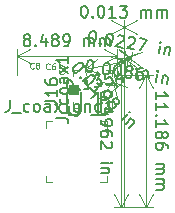
<source format=gto>
G04 #@! TF.GenerationSoftware,KiCad,Pcbnew,(5.1.0)-1*
G04 #@! TF.CreationDate,2019-05-02T14:04:18-07:00*
G04 #@! TF.ProjectId,Miniscope-v4-Ser-Pow,4d696e69-7363-46f7-9065-2d76342d5365,rev?*
G04 #@! TF.SameCoordinates,Original*
G04 #@! TF.FileFunction,Legend,Top*
G04 #@! TF.FilePolarity,Positive*
%FSLAX46Y46*%
G04 Gerber Fmt 4.6, Leading zero omitted, Abs format (unit mm)*
G04 Created by KiCad (PCBNEW (5.1.0)-1) date 2019-05-02 14:04:18*
%MOMM*%
%LPD*%
G04 APERTURE LIST*
%ADD10C,0.150000*%
%ADD11C,0.120000*%
%ADD12C,0.100000*%
%ADD13C,0.050000*%
%ADD14C,0.200000*%
G04 APERTURE END LIST*
D10*
X119712284Y-40190485D02*
X119779627Y-40257829D01*
X119813299Y-40358844D01*
X119813299Y-40426188D01*
X119779627Y-40527203D01*
X119678612Y-40695562D01*
X119510253Y-40863920D01*
X119341894Y-40964936D01*
X119240879Y-40998607D01*
X119173536Y-40998607D01*
X119072520Y-40964936D01*
X119005177Y-40897592D01*
X118971505Y-40796577D01*
X118971505Y-40729233D01*
X119005177Y-40628218D01*
X119106192Y-40459859D01*
X119274551Y-40291501D01*
X119442910Y-40190485D01*
X119543925Y-40156814D01*
X119611268Y-40156814D01*
X119712284Y-40190485D01*
X119611268Y-41368997D02*
X119611268Y-41436340D01*
X119543925Y-41436340D01*
X119543925Y-41368997D01*
X119611268Y-41368997D01*
X119543925Y-41436340D01*
X120722436Y-41200638D02*
X120789780Y-41267981D01*
X120823451Y-41368997D01*
X120823451Y-41436340D01*
X120789780Y-41537355D01*
X120688764Y-41705714D01*
X120520406Y-41874073D01*
X120352047Y-41975088D01*
X120251032Y-42008760D01*
X120183688Y-42008760D01*
X120082673Y-41975088D01*
X120015329Y-41907745D01*
X119981658Y-41806729D01*
X119981658Y-41739386D01*
X120015329Y-41638371D01*
X120116345Y-41470012D01*
X120284703Y-41301653D01*
X120453062Y-41200638D01*
X120554077Y-41166966D01*
X120621421Y-41166966D01*
X120722436Y-41200638D01*
X120924467Y-42816882D02*
X120520406Y-42412821D01*
X120722436Y-42614851D02*
X121429543Y-41907745D01*
X121261184Y-41941416D01*
X121126497Y-41941416D01*
X121025482Y-41907745D01*
X121261184Y-43153600D02*
X121395871Y-43288287D01*
X121496886Y-43321958D01*
X121564230Y-43321958D01*
X121732589Y-43288287D01*
X121900948Y-43187271D01*
X122170322Y-42917897D01*
X122203993Y-42816882D01*
X122203993Y-42749538D01*
X122170322Y-42648523D01*
X122035635Y-42513836D01*
X121934619Y-42480164D01*
X121867276Y-42480164D01*
X121766261Y-42513836D01*
X121597902Y-42682195D01*
X121564230Y-42783210D01*
X121564230Y-42850554D01*
X121597902Y-42951569D01*
X121732589Y-43086256D01*
X121833604Y-43119928D01*
X121900948Y-43119928D01*
X122001963Y-43086256D01*
X122406024Y-43490317D02*
X122372352Y-43389302D01*
X122372352Y-43321958D01*
X122406024Y-43220943D01*
X122439696Y-43187271D01*
X122540711Y-43153600D01*
X122608054Y-43153600D01*
X122709070Y-43187271D01*
X122843757Y-43321958D01*
X122877428Y-43422974D01*
X122877428Y-43490317D01*
X122843757Y-43591332D01*
X122810085Y-43625004D01*
X122709070Y-43658676D01*
X122641726Y-43658676D01*
X122540711Y-43625004D01*
X122406024Y-43490317D01*
X122305009Y-43456645D01*
X122237665Y-43456645D01*
X122136650Y-43490317D01*
X122001963Y-43625004D01*
X121968291Y-43726019D01*
X121968291Y-43793363D01*
X122001963Y-43894378D01*
X122136650Y-44029065D01*
X122237665Y-44062737D01*
X122305009Y-44062737D01*
X122406024Y-44029065D01*
X122540711Y-43894378D01*
X122574383Y-43793363D01*
X122574383Y-43726019D01*
X122540711Y-43625004D01*
X123113131Y-45005546D02*
X123584535Y-44534141D01*
X123820237Y-44298439D02*
X123752894Y-44298439D01*
X123752894Y-44365783D01*
X123820237Y-44365783D01*
X123820237Y-44298439D01*
X123752894Y-44365783D01*
X123921253Y-44870859D02*
X123449848Y-45342263D01*
X123853909Y-44938202D02*
X123921253Y-44938202D01*
X124022268Y-44971874D01*
X124123283Y-45072889D01*
X124156955Y-45173905D01*
X124123283Y-45274920D01*
X123752894Y-45645309D01*
D11*
X122351800Y-41808400D02*
X122707400Y-42164000D01*
X122580400Y-41579800D02*
X121937138Y-42223062D01*
X122936000Y-41935400D02*
X122292738Y-42578662D01*
X122707400Y-42164000D02*
X121496179Y-41782104D01*
X122707400Y-42164000D02*
X122325504Y-40952779D01*
X122351800Y-41808400D02*
X122733696Y-43019621D01*
X122351800Y-41808400D02*
X123563021Y-42190296D01*
D12*
G36*
X119369840Y-42786300D02*
G01*
X118653560Y-42786300D01*
X118651020Y-42001440D01*
X119369840Y-42001440D01*
X119369840Y-42786300D01*
G37*
X119369840Y-42786300D02*
X118653560Y-42786300D01*
X118651020Y-42001440D01*
X119369840Y-42001440D01*
X119369840Y-42786300D01*
D10*
X118586981Y-41630000D02*
X118680698Y-41613044D01*
X118782892Y-41642946D01*
X118838229Y-41681326D01*
X118902043Y-41766564D01*
X118982814Y-41945519D01*
X119025204Y-42179810D01*
X119012259Y-42375722D01*
X118982357Y-42477916D01*
X118943976Y-42533252D01*
X118858738Y-42597067D01*
X118765022Y-42614023D01*
X118662827Y-42584121D01*
X118607491Y-42545741D01*
X118543676Y-42460503D01*
X118462905Y-42281548D01*
X118420515Y-42047256D01*
X118433461Y-41851345D01*
X118463363Y-41749151D01*
X118501743Y-41693814D01*
X118586981Y-41630000D01*
X119497797Y-42384657D02*
X119553134Y-42423037D01*
X119514753Y-42478373D01*
X119459417Y-42439993D01*
X119497797Y-42384657D01*
X119514753Y-42478373D01*
X120498777Y-42300333D02*
X119936478Y-42402070D01*
X120217627Y-42351202D02*
X120039587Y-41367179D01*
X119971305Y-41524710D01*
X119894545Y-41635382D01*
X119809306Y-41699197D01*
X120648744Y-41256963D02*
X121257901Y-41146748D01*
X120997719Y-41580961D01*
X121138293Y-41555526D01*
X121240488Y-41585428D01*
X121295824Y-41623808D01*
X121359639Y-41709047D01*
X121402029Y-41943338D01*
X121372127Y-42045533D01*
X121333747Y-42100869D01*
X121248509Y-42164684D01*
X120967359Y-42215552D01*
X120865165Y-42185650D01*
X120809828Y-42147270D01*
X122148208Y-40985664D02*
X121679626Y-41070445D01*
X121717548Y-41547506D01*
X121755929Y-41492169D01*
X121841167Y-41428355D01*
X122075458Y-41385964D01*
X122177653Y-41415866D01*
X122232989Y-41454246D01*
X122296804Y-41539485D01*
X122339194Y-41773776D01*
X122309292Y-41875971D01*
X122270912Y-41931307D01*
X122185674Y-41995121D01*
X121951382Y-42037512D01*
X121849188Y-42007610D01*
X121793851Y-41969230D01*
X123097862Y-41152588D02*
X123216555Y-41808603D01*
X122795746Y-40820112D02*
X122688626Y-41565376D01*
X123297783Y-41455161D01*
X124481728Y-41579694D02*
X124363034Y-40923679D01*
X124303688Y-40595671D02*
X124265307Y-40651007D01*
X124320644Y-40689387D01*
X124359024Y-40634051D01*
X124303688Y-40595671D01*
X124320644Y-40689387D01*
X124831617Y-40838898D02*
X124950310Y-41494913D01*
X124848573Y-40932614D02*
X124886953Y-40877278D01*
X124972192Y-40813463D01*
X125112766Y-40788029D01*
X125214961Y-40817931D01*
X125278775Y-40903169D01*
X125372034Y-41418610D01*
D11*
X123359799Y-40032341D02*
X119976519Y-40644481D01*
X123304300Y-39725600D02*
X123464205Y-40609392D01*
X119921020Y-40337740D02*
X120080925Y-41221532D01*
X119976519Y-40644481D02*
X120980618Y-39866866D01*
X119976519Y-40644481D02*
X121189431Y-41020970D01*
X123359799Y-40032341D02*
X122146887Y-39655852D01*
X123359799Y-40032341D02*
X122355700Y-40809956D01*
D10*
X120656618Y-37459136D02*
X120750649Y-37474248D01*
X120837125Y-37536376D01*
X120876584Y-37590948D01*
X120908488Y-37692535D01*
X120925279Y-37888154D01*
X120887499Y-38123233D01*
X120810259Y-38303740D01*
X120748131Y-38390215D01*
X120693559Y-38429675D01*
X120591971Y-38461578D01*
X120497940Y-38446466D01*
X120411465Y-38384338D01*
X120372005Y-38329766D01*
X120340101Y-38228179D01*
X120323310Y-38032560D01*
X120361091Y-37797481D01*
X120438331Y-37616974D01*
X120500459Y-37530499D01*
X120555030Y-37491039D01*
X120656618Y-37459136D01*
X121265304Y-38473332D02*
X121304763Y-38527904D01*
X121250192Y-38567364D01*
X121210732Y-38512792D01*
X121265304Y-38473332D01*
X121250192Y-38567364D01*
X122067090Y-37685819D02*
X122161121Y-37700931D01*
X122247597Y-37763059D01*
X122287056Y-37817631D01*
X122318960Y-37919218D01*
X122335751Y-38114837D01*
X122297971Y-38349916D01*
X122220731Y-38530423D01*
X122158603Y-38616898D01*
X122104031Y-38656358D01*
X122002443Y-38688261D01*
X121908412Y-38673149D01*
X121821937Y-38611021D01*
X121782477Y-38556449D01*
X121750573Y-38454862D01*
X121733782Y-38259243D01*
X121771563Y-38024164D01*
X121848803Y-37843657D01*
X121910931Y-37757182D01*
X121965502Y-37717722D01*
X122067090Y-37685819D01*
X122757214Y-37893192D02*
X122811786Y-37853732D01*
X122913373Y-37821829D01*
X123148452Y-37859609D01*
X123234927Y-37921737D01*
X123274387Y-37976309D01*
X123306290Y-38077896D01*
X123291178Y-38171928D01*
X123221494Y-38305419D01*
X122566632Y-38778935D01*
X123177837Y-38877164D01*
X123697528Y-38044314D02*
X123752100Y-38004854D01*
X123853688Y-37972951D01*
X124088766Y-38010731D01*
X124175242Y-38072859D01*
X124214701Y-38127431D01*
X124246605Y-38229018D01*
X124231493Y-38323050D01*
X124161809Y-38456541D01*
X123506947Y-38930057D01*
X124118151Y-39028286D01*
X124605939Y-38093848D02*
X125264160Y-38199634D01*
X124682340Y-39118959D01*
X126233859Y-39368310D02*
X126339645Y-38710090D01*
X126392537Y-38380980D02*
X126337965Y-38420440D01*
X126377425Y-38475011D01*
X126431997Y-38435552D01*
X126392537Y-38380980D01*
X126377425Y-38475011D01*
X126809802Y-38785651D02*
X126704017Y-39443871D01*
X126794690Y-38879683D02*
X126849262Y-38840223D01*
X126950849Y-38808319D01*
X127091896Y-38830988D01*
X127178372Y-38893116D01*
X127210275Y-38994703D01*
X127127158Y-39511876D01*
D11*
X123873260Y-39817040D02*
X123304300Y-39725600D01*
X123873260Y-39817040D02*
X123966312Y-39238049D01*
X123304300Y-39725600D02*
X123397352Y-39146609D01*
X123304300Y-39725600D02*
X124509583Y-39325360D01*
X123304300Y-39725600D02*
X124323479Y-40483342D01*
X123873260Y-39817040D02*
X122854081Y-39059298D01*
X123873260Y-39817040D02*
X122667977Y-40217280D01*
D10*
X120416446Y-39930022D02*
X120510589Y-39944420D01*
X120597533Y-40005890D01*
X120637406Y-40060161D01*
X120670079Y-40161504D01*
X120688354Y-40356990D01*
X120652358Y-40592348D01*
X120576489Y-40773436D01*
X120515019Y-40860380D01*
X120460748Y-40900252D01*
X120359406Y-40932926D01*
X120265262Y-40918527D01*
X120178318Y-40857057D01*
X120138446Y-40802786D01*
X120105772Y-40701444D01*
X120087498Y-40505958D01*
X120123494Y-40270599D01*
X120199362Y-40089512D01*
X120260832Y-40002567D01*
X120315103Y-39962695D01*
X120416446Y-39930022D01*
X121032808Y-40939571D02*
X121072681Y-40993842D01*
X121018410Y-41033715D01*
X120978537Y-40979444D01*
X121032808Y-40939571D01*
X121018410Y-41033715D01*
X121828597Y-40145998D02*
X121922740Y-40160396D01*
X122009684Y-40221866D01*
X122049557Y-40276137D01*
X122082230Y-40377480D01*
X122100505Y-40572966D01*
X122064509Y-40808324D01*
X121988641Y-40989412D01*
X121927170Y-41076356D01*
X121872900Y-41116229D01*
X121771557Y-41148902D01*
X121677414Y-41134503D01*
X121590469Y-41073033D01*
X121550597Y-41018762D01*
X121517924Y-40917420D01*
X121499649Y-40721934D01*
X121535645Y-40486575D01*
X121611513Y-40305488D01*
X121672983Y-40218543D01*
X121727254Y-40178671D01*
X121828597Y-40145998D01*
X122770031Y-40289982D02*
X122864174Y-40304380D01*
X122951118Y-40365850D01*
X122990991Y-40420121D01*
X123023664Y-40521464D01*
X123041939Y-40716950D01*
X123005943Y-40952308D01*
X122930075Y-41133396D01*
X122868605Y-41220340D01*
X122814334Y-41260213D01*
X122712991Y-41292886D01*
X122618848Y-41278487D01*
X122531903Y-41217017D01*
X122492031Y-41162746D01*
X122459358Y-41061404D01*
X122441083Y-40865918D01*
X122477079Y-40630559D01*
X122552947Y-40449472D01*
X122614417Y-40362527D01*
X122668688Y-40322655D01*
X122770031Y-40289982D01*
X123599600Y-40850412D02*
X123512656Y-40788942D01*
X123472784Y-40734671D01*
X123440110Y-40633328D01*
X123447310Y-40586257D01*
X123508780Y-40499312D01*
X123563051Y-40459440D01*
X123664393Y-40426767D01*
X123852680Y-40455563D01*
X123939624Y-40517033D01*
X123979497Y-40571304D01*
X124012170Y-40672647D01*
X124004971Y-40719719D01*
X123943501Y-40806663D01*
X123889230Y-40846535D01*
X123787887Y-40879209D01*
X123599600Y-40850412D01*
X123498258Y-40883085D01*
X123443987Y-40922958D01*
X123382517Y-41009902D01*
X123353720Y-41198189D01*
X123386393Y-41299531D01*
X123426266Y-41353802D01*
X123513210Y-41415272D01*
X123701497Y-41444069D01*
X123802839Y-41411396D01*
X123857110Y-41371523D01*
X123918580Y-41284579D01*
X123947377Y-41096292D01*
X123914704Y-40994950D01*
X123874831Y-40940679D01*
X123787887Y-40879209D01*
X124888257Y-40613946D02*
X124699971Y-40585149D01*
X124598628Y-40617822D01*
X124544357Y-40657695D01*
X124428616Y-40784511D01*
X124352748Y-40965599D01*
X124295154Y-41342173D01*
X124327827Y-41443515D01*
X124367700Y-41497786D01*
X124454644Y-41559256D01*
X124642931Y-41588053D01*
X124744273Y-41555380D01*
X124798544Y-41515507D01*
X124860014Y-41428563D01*
X124896010Y-41193205D01*
X124863337Y-41091862D01*
X124823465Y-41037591D01*
X124736520Y-40976121D01*
X124548234Y-40947324D01*
X124446891Y-40979997D01*
X124392620Y-41019870D01*
X124331150Y-41106814D01*
X126008010Y-41796830D02*
X126108799Y-41137826D01*
X126159193Y-40808324D02*
X126104923Y-40848197D01*
X126144795Y-40902468D01*
X126199066Y-40862595D01*
X126159193Y-40808324D01*
X126144795Y-40902468D01*
X126579516Y-41209818D02*
X126478727Y-41868822D01*
X126565118Y-41303962D02*
X126619389Y-41264089D01*
X126720731Y-41231416D01*
X126861946Y-41253013D01*
X126948890Y-41314483D01*
X126981564Y-41415826D01*
X126902373Y-41933615D01*
D11*
X123642120Y-39692580D02*
X123858020Y-39725600D01*
X123642120Y-39692580D02*
X123553463Y-40272260D01*
X123858020Y-39725600D02*
X123769363Y-40305280D01*
X123858020Y-39725600D02*
X122655808Y-40134972D01*
X123858020Y-39725600D02*
X122833122Y-38975611D01*
X123642120Y-39692580D02*
X124667018Y-40442569D01*
X123642120Y-39692580D02*
X124844332Y-39283208D01*
D10*
X122306233Y-42797052D02*
X122306348Y-42892290D01*
X122258844Y-42987586D01*
X122211283Y-43035262D01*
X122116102Y-43082996D01*
X121925684Y-43130846D01*
X121687589Y-43131134D01*
X121497055Y-43083745D01*
X121401760Y-43036241D01*
X121354083Y-42988680D01*
X121306349Y-42893499D01*
X121306234Y-42798261D01*
X121353737Y-42702966D01*
X121401299Y-42655289D01*
X121496479Y-42607555D01*
X121686898Y-42559705D01*
X121924993Y-42559418D01*
X122115527Y-42606806D01*
X122210822Y-42654310D01*
X122258499Y-42701872D01*
X122306233Y-42797052D01*
X121402393Y-43560050D02*
X121354832Y-43607727D01*
X121307155Y-43560165D01*
X121354716Y-43512489D01*
X121402393Y-43560050D01*
X121307155Y-43560165D01*
X121974915Y-44464120D02*
X121308249Y-44464927D01*
X122355579Y-44225565D02*
X121641006Y-43988333D01*
X121641755Y-44607381D01*
X121308940Y-45036355D02*
X121309170Y-45226831D01*
X121356904Y-45322011D01*
X121404581Y-45369573D01*
X121547553Y-45464638D01*
X121738087Y-45512027D01*
X122119039Y-45511566D01*
X122214219Y-45463832D01*
X122261781Y-45416155D01*
X122309285Y-45320860D01*
X122309054Y-45130384D01*
X122261320Y-45035203D01*
X122213644Y-44987642D01*
X122118348Y-44940138D01*
X121880253Y-44940426D01*
X121785072Y-44988160D01*
X121737511Y-45035837D01*
X121690007Y-45131132D01*
X121690237Y-45321608D01*
X121737972Y-45416789D01*
X121785648Y-45464350D01*
X121880944Y-45511854D01*
X122310551Y-46368478D02*
X122310321Y-46178002D01*
X122262587Y-46082821D01*
X122214910Y-46035260D01*
X122071938Y-45940195D01*
X121881405Y-45892806D01*
X121500452Y-45893267D01*
X121405272Y-45941001D01*
X121357711Y-45988677D01*
X121310207Y-46083973D01*
X121310437Y-46274449D01*
X121358171Y-46369630D01*
X121405848Y-46417191D01*
X121501143Y-46464695D01*
X121739238Y-46464407D01*
X121834419Y-46416673D01*
X121881980Y-46368996D01*
X121929484Y-46273701D01*
X121929254Y-46083224D01*
X121881520Y-45988044D01*
X121833843Y-45940483D01*
X121738547Y-45892979D01*
X122215889Y-46844783D02*
X122263566Y-46892345D01*
X122311300Y-46987525D01*
X122311588Y-47225620D01*
X122264084Y-47320916D01*
X122216523Y-47368592D01*
X122121342Y-47416327D01*
X122026104Y-47416442D01*
X121883189Y-47368995D01*
X121311070Y-46798258D01*
X121311819Y-47417305D01*
X121313258Y-48607781D02*
X121979925Y-48606975D01*
X122313258Y-48606572D02*
X122265581Y-48559010D01*
X122218020Y-48606687D01*
X122265696Y-48654248D01*
X122313258Y-48606572D01*
X122218020Y-48606687D01*
X121980500Y-49083165D02*
X121313834Y-49083971D01*
X121885262Y-49083280D02*
X121932939Y-49130841D01*
X121980673Y-49226022D01*
X121980846Y-49368879D01*
X121933342Y-49464174D01*
X121838162Y-49511909D01*
X121314352Y-49512542D01*
D11*
X123024938Y-39756341D02*
X123040178Y-52359821D01*
X123240800Y-39756080D02*
X122438518Y-39757050D01*
X123256040Y-52359560D02*
X122453758Y-52360530D01*
X123040178Y-52359821D02*
X122452396Y-51234027D01*
X123040178Y-52359821D02*
X123625236Y-51232609D01*
X123024938Y-39756341D02*
X122439880Y-40883553D01*
X123024938Y-39756341D02*
X123612720Y-40882135D01*
D10*
X119874458Y-35329880D02*
X119969696Y-35329880D01*
X120064934Y-35377500D01*
X120112553Y-35425119D01*
X120160172Y-35520357D01*
X120207791Y-35710833D01*
X120207791Y-35948928D01*
X120160172Y-36139404D01*
X120112553Y-36234642D01*
X120064934Y-36282261D01*
X119969696Y-36329880D01*
X119874458Y-36329880D01*
X119779220Y-36282261D01*
X119731601Y-36234642D01*
X119683982Y-36139404D01*
X119636363Y-35948928D01*
X119636363Y-35710833D01*
X119683982Y-35520357D01*
X119731601Y-35425119D01*
X119779220Y-35377500D01*
X119874458Y-35329880D01*
X120636363Y-36234642D02*
X120683982Y-36282261D01*
X120636363Y-36329880D01*
X120588744Y-36282261D01*
X120636363Y-36234642D01*
X120636363Y-36329880D01*
X121303030Y-35329880D02*
X121398268Y-35329880D01*
X121493506Y-35377500D01*
X121541125Y-35425119D01*
X121588744Y-35520357D01*
X121636363Y-35710833D01*
X121636363Y-35948928D01*
X121588744Y-36139404D01*
X121541125Y-36234642D01*
X121493506Y-36282261D01*
X121398268Y-36329880D01*
X121303030Y-36329880D01*
X121207791Y-36282261D01*
X121160172Y-36234642D01*
X121112553Y-36139404D01*
X121064934Y-35948928D01*
X121064934Y-35710833D01*
X121112553Y-35520357D01*
X121160172Y-35425119D01*
X121207791Y-35377500D01*
X121303030Y-35329880D01*
X122588744Y-36329880D02*
X122017315Y-36329880D01*
X122303030Y-36329880D02*
X122303030Y-35329880D01*
X122207791Y-35472738D01*
X122112553Y-35567976D01*
X122017315Y-35615595D01*
X122922077Y-35329880D02*
X123541125Y-35329880D01*
X123207791Y-35710833D01*
X123350649Y-35710833D01*
X123445887Y-35758452D01*
X123493506Y-35806071D01*
X123541125Y-35901309D01*
X123541125Y-36139404D01*
X123493506Y-36234642D01*
X123445887Y-36282261D01*
X123350649Y-36329880D01*
X123064934Y-36329880D01*
X122969696Y-36282261D01*
X122922077Y-36234642D01*
X124731601Y-36329880D02*
X124731601Y-35663214D01*
X124731601Y-35758452D02*
X124779220Y-35710833D01*
X124874458Y-35663214D01*
X125017315Y-35663214D01*
X125112553Y-35710833D01*
X125160172Y-35806071D01*
X125160172Y-36329880D01*
X125160172Y-35806071D02*
X125207791Y-35710833D01*
X125303030Y-35663214D01*
X125445887Y-35663214D01*
X125541125Y-35710833D01*
X125588744Y-35806071D01*
X125588744Y-36329880D01*
X126064934Y-36329880D02*
X126064934Y-35663214D01*
X126064934Y-35758452D02*
X126112553Y-35710833D01*
X126207791Y-35663214D01*
X126350649Y-35663214D01*
X126445887Y-35710833D01*
X126493506Y-35806071D01*
X126493506Y-36329880D01*
X126493506Y-35806071D02*
X126541125Y-35710833D01*
X126636363Y-35663214D01*
X126779220Y-35663214D01*
X126874458Y-35710833D01*
X126922077Y-35806071D01*
X126922077Y-36329880D01*
D11*
X123309380Y-37147500D02*
X123296680Y-37147500D01*
X123309380Y-52384960D02*
X123309380Y-36561079D01*
X123296680Y-52384960D02*
X123296680Y-36561079D01*
X123296680Y-37147500D02*
X124423184Y-36561079D01*
X123296680Y-37147500D02*
X124423184Y-37733921D01*
X123309380Y-37147500D02*
X122182876Y-36561079D01*
X123309380Y-37147500D02*
X122182876Y-37733921D01*
D10*
X125976119Y-43222991D02*
X125976119Y-42651562D01*
X125976119Y-42937277D02*
X126976119Y-42937277D01*
X126833261Y-42842039D01*
X126738023Y-42746800D01*
X126690404Y-42651562D01*
X125976119Y-44175372D02*
X125976119Y-43603943D01*
X125976119Y-43889658D02*
X126976119Y-43889658D01*
X126833261Y-43794420D01*
X126738023Y-43699181D01*
X126690404Y-43603943D01*
X126071357Y-44603943D02*
X126023738Y-44651562D01*
X125976119Y-44603943D01*
X126023738Y-44556324D01*
X126071357Y-44603943D01*
X125976119Y-44603943D01*
X125976119Y-45603943D02*
X125976119Y-45032515D01*
X125976119Y-45318229D02*
X126976119Y-45318229D01*
X126833261Y-45222991D01*
X126738023Y-45127753D01*
X126690404Y-45032515D01*
X126547547Y-46175372D02*
X126595166Y-46080134D01*
X126642785Y-46032515D01*
X126738023Y-45984896D01*
X126785642Y-45984896D01*
X126880880Y-46032515D01*
X126928500Y-46080134D01*
X126976119Y-46175372D01*
X126976119Y-46365848D01*
X126928500Y-46461086D01*
X126880880Y-46508705D01*
X126785642Y-46556324D01*
X126738023Y-46556324D01*
X126642785Y-46508705D01*
X126595166Y-46461086D01*
X126547547Y-46365848D01*
X126547547Y-46175372D01*
X126499928Y-46080134D01*
X126452309Y-46032515D01*
X126357071Y-45984896D01*
X126166595Y-45984896D01*
X126071357Y-46032515D01*
X126023738Y-46080134D01*
X125976119Y-46175372D01*
X125976119Y-46365848D01*
X126023738Y-46461086D01*
X126071357Y-46508705D01*
X126166595Y-46556324D01*
X126357071Y-46556324D01*
X126452309Y-46508705D01*
X126499928Y-46461086D01*
X126547547Y-46365848D01*
X126976119Y-47413467D02*
X126976119Y-47222991D01*
X126928500Y-47127753D01*
X126880880Y-47080134D01*
X126738023Y-46984896D01*
X126547547Y-46937277D01*
X126166595Y-46937277D01*
X126071357Y-46984896D01*
X126023738Y-47032515D01*
X125976119Y-47127753D01*
X125976119Y-47318229D01*
X126023738Y-47413467D01*
X126071357Y-47461086D01*
X126166595Y-47508705D01*
X126404690Y-47508705D01*
X126499928Y-47461086D01*
X126547547Y-47413467D01*
X126595166Y-47318229D01*
X126595166Y-47127753D01*
X126547547Y-47032515D01*
X126499928Y-46984896D01*
X126404690Y-46937277D01*
X125976119Y-48699181D02*
X126642785Y-48699181D01*
X126547547Y-48699181D02*
X126595166Y-48746800D01*
X126642785Y-48842039D01*
X126642785Y-48984896D01*
X126595166Y-49080134D01*
X126499928Y-49127753D01*
X125976119Y-49127753D01*
X126499928Y-49127753D02*
X126595166Y-49175372D01*
X126642785Y-49270610D01*
X126642785Y-49413467D01*
X126595166Y-49508705D01*
X126499928Y-49556324D01*
X125976119Y-49556324D01*
X125976119Y-50032515D02*
X126642785Y-50032515D01*
X126547547Y-50032515D02*
X126595166Y-50080134D01*
X126642785Y-50175372D01*
X126642785Y-50318229D01*
X126595166Y-50413467D01*
X126499928Y-50461086D01*
X125976119Y-50461086D01*
X126499928Y-50461086D02*
X126595166Y-50508705D01*
X126642785Y-50603943D01*
X126642785Y-50746800D01*
X126595166Y-50842039D01*
X126499928Y-50889658D01*
X125976119Y-50889658D01*
D11*
X125158500Y-41201340D02*
X125158500Y-52387500D01*
X122692160Y-41201340D02*
X125744921Y-41201340D01*
X122692160Y-52387500D02*
X125744921Y-52387500D01*
X125158500Y-52387500D02*
X124572079Y-51260996D01*
X125158500Y-52387500D02*
X125744921Y-51260996D01*
X125158500Y-41201340D02*
X124572079Y-42327844D01*
X125158500Y-41201340D02*
X125744921Y-42327844D01*
D10*
X114981789Y-38186692D02*
X114886551Y-38139073D01*
X114838932Y-38091454D01*
X114791313Y-37996216D01*
X114791313Y-37948597D01*
X114838932Y-37853359D01*
X114886551Y-37805740D01*
X114981789Y-37758120D01*
X115172265Y-37758120D01*
X115267503Y-37805740D01*
X115315122Y-37853359D01*
X115362741Y-37948597D01*
X115362741Y-37996216D01*
X115315122Y-38091454D01*
X115267503Y-38139073D01*
X115172265Y-38186692D01*
X114981789Y-38186692D01*
X114886551Y-38234311D01*
X114838932Y-38281930D01*
X114791313Y-38377168D01*
X114791313Y-38567644D01*
X114838932Y-38662882D01*
X114886551Y-38710501D01*
X114981789Y-38758120D01*
X115172265Y-38758120D01*
X115267503Y-38710501D01*
X115315122Y-38662882D01*
X115362741Y-38567644D01*
X115362741Y-38377168D01*
X115315122Y-38281930D01*
X115267503Y-38234311D01*
X115172265Y-38186692D01*
X115791313Y-38662882D02*
X115838932Y-38710501D01*
X115791313Y-38758120D01*
X115743694Y-38710501D01*
X115791313Y-38662882D01*
X115791313Y-38758120D01*
X116696075Y-38091454D02*
X116696075Y-38758120D01*
X116457980Y-37710501D02*
X116219884Y-38424787D01*
X116838932Y-38424787D01*
X117362741Y-38186692D02*
X117267503Y-38139073D01*
X117219884Y-38091454D01*
X117172265Y-37996216D01*
X117172265Y-37948597D01*
X117219884Y-37853359D01*
X117267503Y-37805740D01*
X117362741Y-37758120D01*
X117553218Y-37758120D01*
X117648456Y-37805740D01*
X117696075Y-37853359D01*
X117743694Y-37948597D01*
X117743694Y-37996216D01*
X117696075Y-38091454D01*
X117648456Y-38139073D01*
X117553218Y-38186692D01*
X117362741Y-38186692D01*
X117267503Y-38234311D01*
X117219884Y-38281930D01*
X117172265Y-38377168D01*
X117172265Y-38567644D01*
X117219884Y-38662882D01*
X117267503Y-38710501D01*
X117362741Y-38758120D01*
X117553218Y-38758120D01*
X117648456Y-38710501D01*
X117696075Y-38662882D01*
X117743694Y-38567644D01*
X117743694Y-38377168D01*
X117696075Y-38281930D01*
X117648456Y-38234311D01*
X117553218Y-38186692D01*
X118219884Y-38758120D02*
X118410360Y-38758120D01*
X118505599Y-38710501D01*
X118553218Y-38662882D01*
X118648456Y-38520025D01*
X118696075Y-38329549D01*
X118696075Y-37948597D01*
X118648456Y-37853359D01*
X118600837Y-37805740D01*
X118505599Y-37758120D01*
X118315122Y-37758120D01*
X118219884Y-37805740D01*
X118172265Y-37853359D01*
X118124646Y-37948597D01*
X118124646Y-38186692D01*
X118172265Y-38281930D01*
X118219884Y-38329549D01*
X118315122Y-38377168D01*
X118505599Y-38377168D01*
X118600837Y-38329549D01*
X118648456Y-38281930D01*
X118696075Y-38186692D01*
X119886551Y-38758120D02*
X119886551Y-38091454D01*
X119886551Y-38186692D02*
X119934170Y-38139073D01*
X120029408Y-38091454D01*
X120172265Y-38091454D01*
X120267503Y-38139073D01*
X120315122Y-38234311D01*
X120315122Y-38758120D01*
X120315122Y-38234311D02*
X120362741Y-38139073D01*
X120457980Y-38091454D01*
X120600837Y-38091454D01*
X120696075Y-38139073D01*
X120743694Y-38234311D01*
X120743694Y-38758120D01*
X121219884Y-38758120D02*
X121219884Y-38091454D01*
X121219884Y-38186692D02*
X121267503Y-38139073D01*
X121362741Y-38091454D01*
X121505599Y-38091454D01*
X121600837Y-38139073D01*
X121648456Y-38234311D01*
X121648456Y-38758120D01*
X121648456Y-38234311D02*
X121696075Y-38139073D01*
X121791313Y-38091454D01*
X121934170Y-38091454D01*
X122029408Y-38139073D01*
X122077027Y-38234311D01*
X122077027Y-38758120D01*
D11*
X122702320Y-39575740D02*
X114213640Y-39575740D01*
X122702320Y-41206420D02*
X122702320Y-38989319D01*
X114213640Y-41206420D02*
X114213640Y-38989319D01*
X114213640Y-39575740D02*
X115340144Y-38989319D01*
X114213640Y-39575740D02*
X115340144Y-40162161D01*
X122702320Y-39575740D02*
X121575816Y-38989319D01*
X122702320Y-39575740D02*
X121575816Y-40162161D01*
D12*
X119000000Y-40802760D02*
X119000000Y-41302760D01*
X119000000Y-40802760D02*
X119500000Y-40802760D01*
X119000000Y-44002760D02*
X119000000Y-43502760D01*
X119000000Y-44002760D02*
X119500000Y-44002760D01*
X122300000Y-44002760D02*
X121800000Y-44002760D01*
X122300000Y-44002760D02*
X122300000Y-43502760D01*
X122300000Y-40802760D02*
X122300000Y-41302760D01*
X122300000Y-40802760D02*
X121800000Y-40802760D01*
X117223000Y-50281200D02*
X116673000Y-50281200D01*
X116673000Y-50281200D02*
X116673000Y-49731200D01*
X121283000Y-50281200D02*
X121833000Y-50281200D01*
X121833000Y-50281200D02*
X121833000Y-49731200D01*
X121283000Y-45121200D02*
X121833000Y-45121200D01*
X121833000Y-45121200D02*
X121833000Y-45671200D01*
X117223000Y-45121200D02*
X116673000Y-45121200D01*
X116673000Y-45121200D02*
X116673000Y-45671200D01*
D10*
X113599483Y-43295320D02*
X113599483Y-44009606D01*
X113551864Y-44152463D01*
X113456626Y-44247701D01*
X113313769Y-44295320D01*
X113218531Y-44295320D01*
X113837579Y-44390559D02*
X114599483Y-44390559D01*
X115266150Y-44247701D02*
X115170912Y-44295320D01*
X114980436Y-44295320D01*
X114885198Y-44247701D01*
X114837579Y-44200082D01*
X114789960Y-44104844D01*
X114789960Y-43819130D01*
X114837579Y-43723892D01*
X114885198Y-43676273D01*
X114980436Y-43628654D01*
X115170912Y-43628654D01*
X115266150Y-43676273D01*
X115837579Y-44295320D02*
X115742340Y-44247701D01*
X115694721Y-44200082D01*
X115647102Y-44104844D01*
X115647102Y-43819130D01*
X115694721Y-43723892D01*
X115742340Y-43676273D01*
X115837579Y-43628654D01*
X115980436Y-43628654D01*
X116075674Y-43676273D01*
X116123293Y-43723892D01*
X116170912Y-43819130D01*
X116170912Y-44104844D01*
X116123293Y-44200082D01*
X116075674Y-44247701D01*
X115980436Y-44295320D01*
X115837579Y-44295320D01*
X117028055Y-44295320D02*
X117028055Y-43771511D01*
X116980436Y-43676273D01*
X116885198Y-43628654D01*
X116694721Y-43628654D01*
X116599483Y-43676273D01*
X117028055Y-44247701D02*
X116932817Y-44295320D01*
X116694721Y-44295320D01*
X116599483Y-44247701D01*
X116551864Y-44152463D01*
X116551864Y-44057225D01*
X116599483Y-43961987D01*
X116694721Y-43914368D01*
X116932817Y-43914368D01*
X117028055Y-43866749D01*
X117409007Y-44295320D02*
X117932817Y-43628654D01*
X117409007Y-43628654D02*
X117932817Y-44295320D01*
X118075674Y-44390559D02*
X118837579Y-44390559D01*
X119504245Y-43628654D02*
X119504245Y-44438178D01*
X119456626Y-44533416D01*
X119409007Y-44581035D01*
X119313769Y-44628654D01*
X119170912Y-44628654D01*
X119075674Y-44581035D01*
X119504245Y-44247701D02*
X119409007Y-44295320D01*
X119218531Y-44295320D01*
X119123293Y-44247701D01*
X119075674Y-44200082D01*
X119028055Y-44104844D01*
X119028055Y-43819130D01*
X119075674Y-43723892D01*
X119123293Y-43676273D01*
X119218531Y-43628654D01*
X119409007Y-43628654D01*
X119504245Y-43676273D01*
X119980436Y-43628654D02*
X119980436Y-44295320D01*
X119980436Y-43723892D02*
X120028055Y-43676273D01*
X120123293Y-43628654D01*
X120266150Y-43628654D01*
X120361388Y-43676273D01*
X120409007Y-43771511D01*
X120409007Y-44295320D01*
X121313769Y-44295320D02*
X121313769Y-43295320D01*
X121313769Y-44247701D02*
X121218531Y-44295320D01*
X121028055Y-44295320D01*
X120932817Y-44247701D01*
X120885198Y-44200082D01*
X120837579Y-44104844D01*
X120837579Y-43819130D01*
X120885198Y-43723892D01*
X120932817Y-43676273D01*
X121028055Y-43628654D01*
X121218531Y-43628654D01*
X121313769Y-43676273D01*
X122313769Y-44295320D02*
X121742340Y-44295320D01*
X122028055Y-44295320D02*
X122028055Y-43295320D01*
X121932817Y-43438178D01*
X121837579Y-43533416D01*
X121742340Y-43581035D01*
X117572380Y-44855140D02*
X118286666Y-44855140D01*
X118429523Y-44902760D01*
X118524761Y-44997998D01*
X118572380Y-45140855D01*
X118572380Y-45236093D01*
X118667619Y-44617045D02*
X118667619Y-43855140D01*
X118524761Y-43188474D02*
X118572380Y-43283712D01*
X118572380Y-43474188D01*
X118524761Y-43569426D01*
X118477142Y-43617045D01*
X118381904Y-43664664D01*
X118096190Y-43664664D01*
X118000952Y-43617045D01*
X117953333Y-43569426D01*
X117905714Y-43474188D01*
X117905714Y-43283712D01*
X117953333Y-43188474D01*
X118572380Y-42617045D02*
X118524761Y-42712283D01*
X118477142Y-42759902D01*
X118381904Y-42807521D01*
X118096190Y-42807521D01*
X118000952Y-42759902D01*
X117953333Y-42712283D01*
X117905714Y-42617045D01*
X117905714Y-42474188D01*
X117953333Y-42378950D01*
X118000952Y-42331331D01*
X118096190Y-42283712D01*
X118381904Y-42283712D01*
X118477142Y-42331331D01*
X118524761Y-42378950D01*
X118572380Y-42474188D01*
X118572380Y-42617045D01*
X118572380Y-41426569D02*
X118048571Y-41426569D01*
X117953333Y-41474188D01*
X117905714Y-41569426D01*
X117905714Y-41759902D01*
X117953333Y-41855140D01*
X118524761Y-41426569D02*
X118572380Y-41521807D01*
X118572380Y-41759902D01*
X118524761Y-41855140D01*
X118429523Y-41902760D01*
X118334285Y-41902760D01*
X118239047Y-41855140D01*
X118191428Y-41759902D01*
X118191428Y-41521807D01*
X118143809Y-41426569D01*
X118572380Y-41045617D02*
X117905714Y-40521807D01*
X117905714Y-41045617D02*
X118572380Y-40521807D01*
X118572380Y-39617045D02*
X118572380Y-40188474D01*
X118572380Y-39902760D02*
X117572380Y-39902760D01*
X117715238Y-39997998D01*
X117810476Y-40093236D01*
X117858095Y-40188474D01*
D13*
X115644146Y-40602671D02*
X115620337Y-40626480D01*
X115548908Y-40650290D01*
X115501289Y-40650290D01*
X115429860Y-40626480D01*
X115382241Y-40578861D01*
X115358432Y-40531242D01*
X115334622Y-40436004D01*
X115334622Y-40364576D01*
X115358432Y-40269338D01*
X115382241Y-40221719D01*
X115429860Y-40174100D01*
X115501289Y-40150290D01*
X115548908Y-40150290D01*
X115620337Y-40174100D01*
X115644146Y-40197909D01*
X115929860Y-40364576D02*
X115882241Y-40340766D01*
X115858432Y-40316957D01*
X115834622Y-40269338D01*
X115834622Y-40245528D01*
X115858432Y-40197909D01*
X115882241Y-40174100D01*
X115929860Y-40150290D01*
X116025099Y-40150290D01*
X116072718Y-40174100D01*
X116096527Y-40197909D01*
X116120337Y-40245528D01*
X116120337Y-40269338D01*
X116096527Y-40316957D01*
X116072718Y-40340766D01*
X116025099Y-40364576D01*
X115929860Y-40364576D01*
X115882241Y-40388385D01*
X115858432Y-40412195D01*
X115834622Y-40459814D01*
X115834622Y-40555052D01*
X115858432Y-40602671D01*
X115882241Y-40626480D01*
X115929860Y-40650290D01*
X116025099Y-40650290D01*
X116072718Y-40626480D01*
X116096527Y-40602671D01*
X116120337Y-40555052D01*
X116120337Y-40459814D01*
X116096527Y-40412195D01*
X116072718Y-40388385D01*
X116025099Y-40364576D01*
X116987126Y-40663631D02*
X116963317Y-40687440D01*
X116891888Y-40711250D01*
X116844269Y-40711250D01*
X116772840Y-40687440D01*
X116725221Y-40639821D01*
X116701412Y-40592202D01*
X116677602Y-40496964D01*
X116677602Y-40425536D01*
X116701412Y-40330298D01*
X116725221Y-40282679D01*
X116772840Y-40235060D01*
X116844269Y-40211250D01*
X116891888Y-40211250D01*
X116963317Y-40235060D01*
X116987126Y-40258869D01*
X117415698Y-40211250D02*
X117320460Y-40211250D01*
X117272840Y-40235060D01*
X117249031Y-40258869D01*
X117201412Y-40330298D01*
X117177602Y-40425536D01*
X117177602Y-40616012D01*
X117201412Y-40663631D01*
X117225221Y-40687440D01*
X117272840Y-40711250D01*
X117368079Y-40711250D01*
X117415698Y-40687440D01*
X117439507Y-40663631D01*
X117463317Y-40616012D01*
X117463317Y-40496964D01*
X117439507Y-40449345D01*
X117415698Y-40425536D01*
X117368079Y-40401726D01*
X117272840Y-40401726D01*
X117225221Y-40425536D01*
X117201412Y-40449345D01*
X117177602Y-40496964D01*
X118212371Y-40788693D02*
X118236180Y-40812502D01*
X118259990Y-40883931D01*
X118259990Y-40931550D01*
X118236180Y-41002979D01*
X118188561Y-41050598D01*
X118140942Y-41074407D01*
X118045704Y-41098217D01*
X117974276Y-41098217D01*
X117879038Y-41074407D01*
X117831419Y-41050598D01*
X117783800Y-41002979D01*
X117759990Y-40931550D01*
X117759990Y-40883931D01*
X117783800Y-40812502D01*
X117807609Y-40788693D01*
X117759990Y-40622026D02*
X117759990Y-40288693D01*
X118259990Y-40502979D01*
D10*
X116622580Y-43430727D02*
X117336866Y-43430727D01*
X117479723Y-43478346D01*
X117574961Y-43573584D01*
X117622580Y-43716442D01*
X117622580Y-43811680D01*
X117622580Y-42430727D02*
X117622580Y-43002156D01*
X117622580Y-42716442D02*
X116622580Y-42716442D01*
X116765438Y-42811680D01*
X116860676Y-42906918D01*
X116908295Y-43002156D01*
X116622580Y-41573584D02*
X116622580Y-41764061D01*
X116670200Y-41859299D01*
X116717819Y-41906918D01*
X116860676Y-42002156D01*
X117051152Y-42049775D01*
X117432104Y-42049775D01*
X117527342Y-42002156D01*
X117574961Y-41954537D01*
X117622580Y-41859299D01*
X117622580Y-41668823D01*
X117574961Y-41573584D01*
X117527342Y-41525965D01*
X117432104Y-41478346D01*
X117194009Y-41478346D01*
X117098771Y-41525965D01*
X117051152Y-41573584D01*
X117003533Y-41668823D01*
X117003533Y-41859299D01*
X117051152Y-41954537D01*
X117098771Y-42002156D01*
X117194009Y-42049775D01*
D14*
X118479190Y-42605961D02*
X118479190Y-44225009D01*
X118574428Y-44415485D01*
X118669666Y-44510723D01*
X118860142Y-44605961D01*
X119241095Y-44605961D01*
X119431571Y-44510723D01*
X119526809Y-44415485D01*
X119622047Y-44225009D01*
X119622047Y-42605961D01*
X121622047Y-44605961D02*
X120479190Y-44605961D01*
X121050619Y-44605961D02*
X121050619Y-42605961D01*
X120860142Y-42891676D01*
X120669666Y-43082152D01*
X120479190Y-43177390D01*
M02*

</source>
